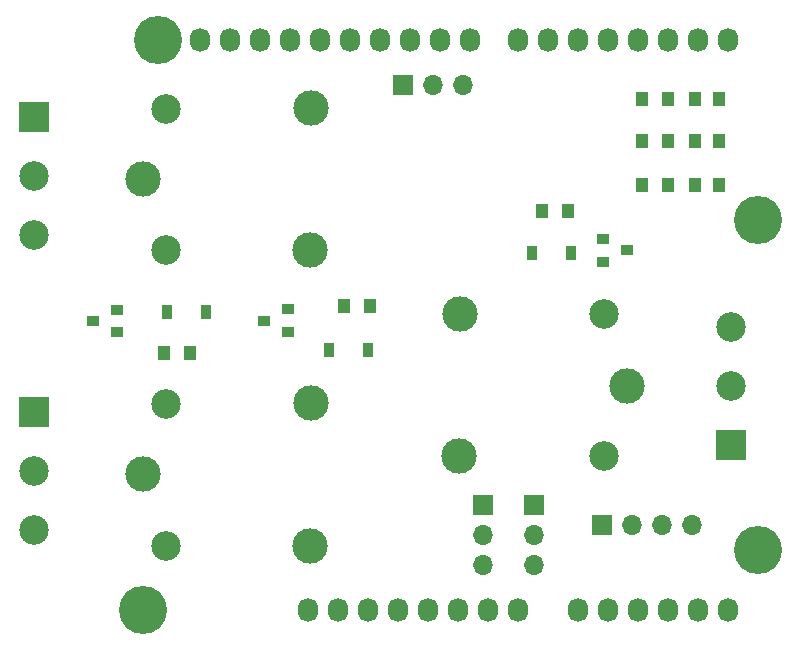
<source format=gbr>
G04 #@! TF.FileFunction,Soldermask,Top*
%FSLAX46Y46*%
G04 Gerber Fmt 4.6, Leading zero omitted, Abs format (unit mm)*
G04 Created by KiCad (PCBNEW 4.0.7) date 09/29/18 17:05:15*
%MOMM*%
%LPD*%
G01*
G04 APERTURE LIST*
%ADD10C,0.100000*%
%ADD11O,1.727200X2.032000*%
%ADD12C,4.064000*%
%ADD13R,0.900000X1.200000*%
%ADD14R,1.000000X1.200000*%
%ADD15C,2.500000*%
%ADD16R,2.500000X2.500000*%
%ADD17R,1.000000X0.900000*%
%ADD18R,1.000000X1.250000*%
%ADD19C,3.000000*%
%ADD20R,1.700000X1.700000*%
%ADD21O,1.700000X1.700000*%
G04 APERTURE END LIST*
D10*
D11*
X138938000Y-123825000D03*
X141478000Y-123825000D03*
X144018000Y-123825000D03*
X146558000Y-123825000D03*
X149098000Y-123825000D03*
X151638000Y-123825000D03*
X154178000Y-123825000D03*
X156718000Y-123825000D03*
X161798000Y-123825000D03*
X164338000Y-123825000D03*
X166878000Y-123825000D03*
X169418000Y-123825000D03*
X171958000Y-123825000D03*
X174498000Y-123825000D03*
X129794000Y-75565000D03*
X132334000Y-75565000D03*
X134874000Y-75565000D03*
X137414000Y-75565000D03*
X139954000Y-75565000D03*
X142494000Y-75565000D03*
X145034000Y-75565000D03*
X147574000Y-75565000D03*
X150114000Y-75565000D03*
X152654000Y-75565000D03*
X156718000Y-75565000D03*
X159258000Y-75565000D03*
X161798000Y-75565000D03*
X164338000Y-75565000D03*
X166878000Y-75565000D03*
X169418000Y-75565000D03*
X171958000Y-75565000D03*
X174498000Y-75565000D03*
D12*
X124968000Y-123825000D03*
X177038000Y-118745000D03*
X126238000Y-75565000D03*
X177038000Y-90805000D03*
D13*
X157948000Y-93615000D03*
X161248000Y-93615000D03*
D14*
X173748000Y-87865000D03*
X171748000Y-87865000D03*
D13*
X130298000Y-98615000D03*
X126998000Y-98615000D03*
D14*
X173748000Y-84115000D03*
X171748000Y-84115000D03*
D13*
X140748000Y-101865000D03*
X144048000Y-101865000D03*
D14*
X173748000Y-80615000D03*
X171748000Y-80615000D03*
D15*
X174748000Y-99865000D03*
D16*
X174748000Y-109865000D03*
D15*
X174748000Y-104865000D03*
X115748000Y-92115000D03*
D16*
X115748000Y-82115000D03*
D15*
X115748000Y-87115000D03*
X115748000Y-117115000D03*
D16*
X115748000Y-107115000D03*
D15*
X115748000Y-112115000D03*
D17*
X163948000Y-92465000D03*
X163948000Y-94365000D03*
X165948000Y-93415000D03*
X122748000Y-100365000D03*
X122748000Y-98465000D03*
X120748000Y-99415000D03*
X137248000Y-100315000D03*
X137248000Y-98415000D03*
X135248000Y-99365000D03*
D18*
X169473000Y-87865000D03*
X167273000Y-87865000D03*
X160948000Y-90115000D03*
X158748000Y-90115000D03*
X169448000Y-84115000D03*
X167248000Y-84115000D03*
X126748000Y-102115000D03*
X128948000Y-102115000D03*
X169448000Y-80615000D03*
X167248000Y-80615000D03*
X141998000Y-98115000D03*
X144198000Y-98115000D03*
D15*
X163998000Y-98815000D03*
D19*
X151798000Y-98815000D03*
X151748000Y-110865000D03*
D15*
X163998000Y-110815000D03*
D19*
X165948000Y-104865000D03*
D15*
X126948000Y-93415000D03*
D19*
X139148000Y-93415000D03*
X139198000Y-81365000D03*
D15*
X126948000Y-81415000D03*
D19*
X124998000Y-87365000D03*
D15*
X126948000Y-118415000D03*
D19*
X139148000Y-118415000D03*
X139198000Y-106365000D03*
D15*
X126948000Y-106415000D03*
D19*
X124998000Y-112365000D03*
D20*
X153758000Y-114955000D03*
D21*
X153758000Y-117495000D03*
X153758000Y-120035000D03*
D20*
X158098000Y-114965000D03*
D21*
X158098000Y-117505000D03*
X158098000Y-120045000D03*
D20*
X147018000Y-79435000D03*
D21*
X149558000Y-79435000D03*
X152098000Y-79435000D03*
D20*
X163848000Y-116685000D03*
D21*
X166388000Y-116685000D03*
X168928000Y-116685000D03*
X171468000Y-116685000D03*
M02*

</source>
